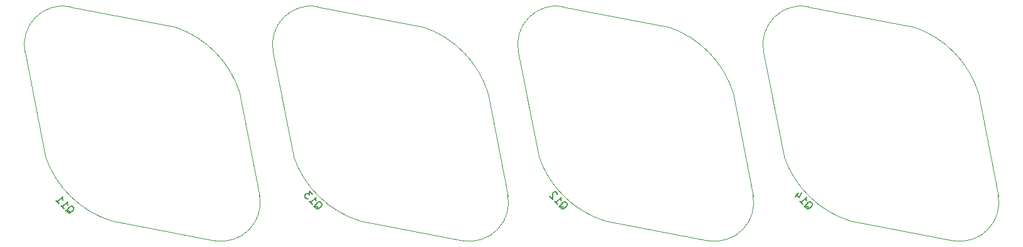
<source format=gbo>
G04 #@! TF.GenerationSoftware,KiCad,Pcbnew,5.1.7-a382d34a8~88~ubuntu18.04.1*
G04 #@! TF.CreationDate,2021-06-01T18:59:40+03:00*
G04 #@! TF.ProjectId,amplifier,616d706c-6966-4696-9572-2e6b69636164,rev?*
G04 #@! TF.SameCoordinates,Original*
G04 #@! TF.FileFunction,Legend,Bot*
G04 #@! TF.FilePolarity,Positive*
%FSLAX46Y46*%
G04 Gerber Fmt 4.6, Leading zero omitted, Abs format (unit mm)*
G04 Created by KiCad (PCBNEW 5.1.7-a382d34a8~88~ubuntu18.04.1) date 2021-06-01 18:59:40*
%MOMM*%
%LPD*%
G01*
G04 APERTURE LIST*
%ADD10C,0.120000*%
%ADD11C,0.150000*%
%ADD12C,2.000000*%
%ADD13R,2.000000X2.000000*%
%ADD14R,2.500000X2.500000*%
%ADD15O,2.400000X2.400000*%
%ADD16C,2.400000*%
%ADD17C,3.000000*%
%ADD18O,2.000000X2.000000*%
%ADD19C,6.350000*%
%ADD20C,2.600000*%
%ADD21C,0.100000*%
%ADD22C,1.440000*%
%ADD23O,2.500000X2.500000*%
%ADD24R,1.000000X1.000000*%
%ADD25O,1.000000X1.000000*%
G04 APERTURE END LIST*
D10*
X130511355Y-59759775D02*
X133198361Y-73760489D01*
X113187239Y-77083891D02*
X127187953Y-79770897D01*
X121813942Y-50920940D02*
X107601095Y-48163224D01*
X104348404Y-68386478D02*
X101590688Y-54315053D01*
X133163738Y-73578988D02*
G75*
G02*
X127187953Y-79770897I-5091901J-1065385D01*
G01*
X107651107Y-48145787D02*
G75*
G03*
X101590688Y-54315053I-933895J-5143961D01*
G01*
X130546725Y-59874127D02*
G75*
G03*
X121813942Y-50920940I-13152201J-4092933D01*
G01*
X113301591Y-77119261D02*
G75*
G02*
X104348404Y-68386478I4092933J13152201D01*
G01*
X163531355Y-59759775D02*
X166218361Y-73760489D01*
X146207239Y-77083891D02*
X160207953Y-79770897D01*
X154833942Y-50920940D02*
X140621095Y-48163224D01*
X137368404Y-68386478D02*
X134610688Y-54315053D01*
X166183738Y-73578988D02*
G75*
G02*
X160207953Y-79770897I-5091901J-1065385D01*
G01*
X140671107Y-48145787D02*
G75*
G03*
X134610688Y-54315053I-933895J-5143961D01*
G01*
X163566725Y-59874127D02*
G75*
G03*
X154833942Y-50920940I-13152201J-4092933D01*
G01*
X146321591Y-77119261D02*
G75*
G02*
X137368404Y-68386478I4092933J13152201D01*
G01*
X71328404Y-68386478D02*
X68570688Y-54315053D01*
X88793942Y-50920940D02*
X74581095Y-48163224D01*
X80167239Y-77083891D02*
X94167953Y-79770897D01*
X97491355Y-59759775D02*
X100178361Y-73760489D01*
X80281591Y-77119261D02*
G75*
G02*
X71328404Y-68386478I4092933J13152201D01*
G01*
X97526725Y-59874127D02*
G75*
G03*
X88793942Y-50920940I-13152201J-4092933D01*
G01*
X74631107Y-48145787D02*
G75*
G03*
X68570688Y-54315053I-933895J-5143961D01*
G01*
X100143738Y-73578988D02*
G75*
G02*
X94167953Y-79770897I-5091901J-1065385D01*
G01*
X37902004Y-68386478D02*
X35144288Y-54315053D01*
X55367542Y-50920940D02*
X41154695Y-48163224D01*
X46740839Y-77083891D02*
X60741553Y-79770897D01*
X64064955Y-59759775D02*
X66751961Y-73760489D01*
X46855191Y-77119261D02*
G75*
G02*
X37902004Y-68386478I4092933J13152201D01*
G01*
X64100325Y-59874127D02*
G75*
G03*
X55367542Y-50920940I-13152201J-4092933D01*
G01*
X41204707Y-48145787D02*
G75*
G03*
X35144288Y-54315053I-933895J-5143961D01*
G01*
X66717338Y-73578988D02*
G75*
G02*
X60741553Y-79770897I-5091901J-1065385D01*
G01*
D11*
X107016889Y-75152816D02*
X107117905Y-75186487D01*
X107252592Y-75186487D01*
X107454622Y-75186487D01*
X107555637Y-75220159D01*
X107622981Y-75287503D01*
X107420950Y-75422190D02*
X107521966Y-75455861D01*
X107656653Y-75455861D01*
X107825011Y-75354846D01*
X108060714Y-75119144D01*
X108161729Y-74950785D01*
X108161729Y-74816098D01*
X108128057Y-74715083D01*
X107993370Y-74580396D01*
X107892355Y-74546724D01*
X107757668Y-74546724D01*
X107589309Y-74647739D01*
X107353607Y-74883442D01*
X107252592Y-75051800D01*
X107252592Y-75186487D01*
X107286263Y-75287503D01*
X107420950Y-75422190D01*
X106444470Y-74445709D02*
X106848531Y-74849770D01*
X106646500Y-74647739D02*
X107353607Y-73940633D01*
X107319935Y-74108991D01*
X107319935Y-74243678D01*
X107353607Y-74344694D01*
X106814859Y-73536572D02*
X106814859Y-73469228D01*
X106781187Y-73368213D01*
X106612828Y-73199854D01*
X106511813Y-73166182D01*
X106444470Y-73166182D01*
X106343454Y-73199854D01*
X106276111Y-73267198D01*
X106208767Y-73401885D01*
X106208767Y-74210007D01*
X105771035Y-73772274D01*
X140036889Y-75152816D02*
X140137905Y-75186487D01*
X140272592Y-75186487D01*
X140474622Y-75186487D01*
X140575637Y-75220159D01*
X140642981Y-75287503D01*
X140440950Y-75422190D02*
X140541966Y-75455861D01*
X140676653Y-75455861D01*
X140845011Y-75354846D01*
X141080714Y-75119144D01*
X141181729Y-74950785D01*
X141181729Y-74816098D01*
X141148057Y-74715083D01*
X141013370Y-74580396D01*
X140912355Y-74546724D01*
X140777668Y-74546724D01*
X140609309Y-74647739D01*
X140373607Y-74883442D01*
X140272592Y-75051800D01*
X140272592Y-75186487D01*
X140306263Y-75287503D01*
X140440950Y-75422190D01*
X139464470Y-74445709D02*
X139868531Y-74849770D01*
X139666500Y-74647739D02*
X140373607Y-73940633D01*
X140339935Y-74108991D01*
X140339935Y-74243678D01*
X140373607Y-74344694D01*
X139329783Y-73368213D02*
X138858378Y-73839617D01*
X139767515Y-73267198D02*
X139430798Y-73940633D01*
X138993065Y-73502900D01*
X73996889Y-75152816D02*
X74097905Y-75186487D01*
X74232592Y-75186487D01*
X74434622Y-75186487D01*
X74535637Y-75220159D01*
X74602981Y-75287503D01*
X74400950Y-75422190D02*
X74501966Y-75455861D01*
X74636653Y-75455861D01*
X74805011Y-75354846D01*
X75040714Y-75119144D01*
X75141729Y-74950785D01*
X75141729Y-74816098D01*
X75108057Y-74715083D01*
X74973370Y-74580396D01*
X74872355Y-74546724D01*
X74737668Y-74546724D01*
X74569309Y-74647739D01*
X74333607Y-74883442D01*
X74232592Y-75051800D01*
X74232592Y-75186487D01*
X74266263Y-75287503D01*
X74400950Y-75422190D01*
X73424470Y-74445709D02*
X73828531Y-74849770D01*
X73626500Y-74647739D02*
X74333607Y-73940633D01*
X74299935Y-74108991D01*
X74299935Y-74243678D01*
X74333607Y-74344694D01*
X73895874Y-73502900D02*
X73458141Y-73065167D01*
X73424470Y-73570243D01*
X73323454Y-73469228D01*
X73222439Y-73435556D01*
X73155096Y-73435556D01*
X73054080Y-73469228D01*
X72885722Y-73637587D01*
X72852050Y-73738602D01*
X72852050Y-73805946D01*
X72885722Y-73906961D01*
X73087752Y-74108991D01*
X73188767Y-74142663D01*
X73256111Y-74142663D01*
X40570489Y-75721286D02*
X40671505Y-75754957D01*
X40806192Y-75754957D01*
X41008222Y-75754957D01*
X41109237Y-75788629D01*
X41176581Y-75855973D01*
X40974550Y-75990660D02*
X41075566Y-76024331D01*
X41210253Y-76024331D01*
X41378611Y-75923316D01*
X41614314Y-75687614D01*
X41715329Y-75519255D01*
X41715329Y-75384568D01*
X41681657Y-75283553D01*
X41546970Y-75148866D01*
X41445955Y-75115194D01*
X41311268Y-75115194D01*
X41142909Y-75216209D01*
X40907207Y-75451912D01*
X40806192Y-75620270D01*
X40806192Y-75754957D01*
X40839863Y-75855973D01*
X40974550Y-75990660D01*
X39998070Y-75014179D02*
X40402131Y-75418240D01*
X40200100Y-75216209D02*
X40907207Y-74509103D01*
X40873535Y-74677461D01*
X40873535Y-74812148D01*
X40907207Y-74913164D01*
X39324635Y-74340744D02*
X39728696Y-74744805D01*
X39526665Y-74542774D02*
X40233772Y-73835668D01*
X40200100Y-74004026D01*
X40200100Y-74138713D01*
X40233772Y-74239729D01*
%LPC*%
D12*
X58674000Y-171450000D03*
D13*
X58674000Y-158750000D03*
D14*
X167894000Y-152400000D03*
X167894000Y-147320000D03*
D15*
X89154000Y-184150000D03*
D16*
X58674000Y-184150000D03*
D12*
X115824000Y-171450000D03*
D13*
X115824000Y-158750000D03*
D12*
X115824000Y-140970000D03*
D13*
X115824000Y-128270000D03*
D14*
X167894000Y-123190000D03*
X167894000Y-128270000D03*
X26924000Y-129540000D03*
X26924000Y-124460000D03*
X26924000Y-171450000D03*
X26924000Y-176530000D03*
D17*
X160274000Y-128270000D03*
X137674000Y-128270000D03*
D14*
X167894000Y-171450000D03*
X167894000Y-176530000D03*
D13*
X89154000Y-128270000D03*
D12*
X89154000Y-140970000D03*
D13*
X58674000Y-128270000D03*
D12*
X58674000Y-140970000D03*
X37084000Y-162440000D03*
D13*
X37084000Y-154940000D03*
D12*
X37084000Y-169940000D03*
X37084000Y-177440000D03*
D14*
X26924000Y-144780000D03*
X26924000Y-139700000D03*
X26924000Y-161290000D03*
X26924000Y-156210000D03*
D13*
X132334000Y-128270000D03*
D18*
X132334000Y-143270000D03*
D17*
X137674000Y-171450000D03*
X160274000Y-171450000D03*
D12*
X37084000Y-145690000D03*
X37084000Y-138190000D03*
D13*
X37084000Y-123190000D03*
D12*
X37084000Y-130690000D03*
D16*
X58674000Y-116840000D03*
D15*
X89154000Y-116840000D03*
D18*
X132588000Y-171210000D03*
D13*
X132588000Y-156210000D03*
X89154000Y-158750000D03*
D12*
X89154000Y-171450000D03*
D19*
X128071837Y-74644373D03*
X106717212Y-53289748D03*
D20*
X119989606Y-58826394D03*
D21*
G36*
X110429522Y-66548000D02*
G01*
X112268000Y-64709522D01*
X114106478Y-66548000D01*
X112268000Y-68386478D01*
X110429522Y-66548000D01*
G37*
D19*
X161091837Y-74644373D03*
X139737212Y-53289748D03*
D20*
X153009606Y-58826394D03*
D21*
G36*
X143449522Y-66548000D02*
G01*
X145288000Y-64709522D01*
X147126478Y-66548000D01*
X145288000Y-68386478D01*
X143449522Y-66548000D01*
G37*
G36*
X77409522Y-66548000D02*
G01*
X79248000Y-64709522D01*
X81086478Y-66548000D01*
X79248000Y-68386478D01*
X77409522Y-66548000D01*
G37*
D20*
X86969606Y-58826394D03*
D19*
X73697212Y-53289748D03*
X95051837Y-74644373D03*
D22*
X125730000Y-30734000D03*
X123190000Y-28194000D03*
X125730000Y-25654000D03*
D16*
X125476000Y-102870000D03*
D15*
X166116000Y-102870000D03*
D14*
X79248000Y-104648000D03*
D23*
X94248000Y-104648000D03*
X99248000Y-104648000D03*
X104248000Y-104648000D03*
X104248000Y-97148000D03*
X99248000Y-97148000D03*
X94248000Y-97148000D03*
X79248000Y-97148000D03*
D16*
X30734000Y-89408000D03*
D15*
X71374000Y-89408000D03*
X71374000Y-102870000D03*
D16*
X30734000Y-102870000D03*
D15*
X166116000Y-89408000D03*
D16*
X125476000Y-89408000D03*
D21*
G36*
X43983122Y-66548000D02*
G01*
X45821600Y-64709522D01*
X47660078Y-66548000D01*
X45821600Y-68386478D01*
X43983122Y-66548000D01*
G37*
D20*
X53543206Y-58826394D03*
D19*
X40270812Y-53289748D03*
X61625437Y-74644373D03*
D16*
X76708000Y-89408000D03*
D15*
X117348000Y-89408000D03*
D14*
X112268000Y-97028000D03*
X117348000Y-97028000D03*
X117348000Y-104648000D03*
X112268000Y-104648000D03*
X35814000Y-26670000D03*
X40894000Y-26670000D03*
X53594000Y-26670000D03*
X58674000Y-26670000D03*
X152654000Y-26670000D03*
X147574000Y-26670000D03*
X70612000Y-21178000D03*
D24*
X71564500Y-107823000D03*
D25*
X72834500Y-107823000D03*
X74104500Y-107823000D03*
X75374500Y-107823000D03*
M02*

</source>
